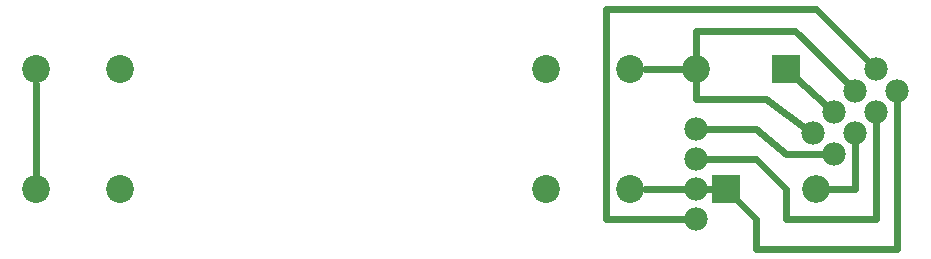
<source format=gtl>
G04 MADE WITH FRITZING*
G04 WWW.FRITZING.ORG*
G04 DOUBLE SIDED*
G04 HOLES PLATED*
G04 CONTOUR ON CENTER OF CONTOUR VECTOR*
%ASAXBY*%
%FSLAX23Y23*%
%MOIN*%
%OFA0B0*%
%SFA1.0B1.0*%
%ADD10C,0.078000*%
%ADD11C,0.092000*%
%ADD12C,0.093000*%
%ADD13R,0.092000X0.092000*%
%ADD14C,0.024000*%
%LNCOPPER1*%
G90*
G70*
G54D10*
X2919Y659D03*
X2849Y588D03*
X2778Y517D03*
X2707Y447D03*
X2919Y659D03*
X2849Y588D03*
X2778Y517D03*
X2707Y447D03*
X2778Y376D03*
X2849Y447D03*
X2919Y517D03*
X2990Y588D03*
G54D11*
X2619Y659D03*
X2319Y659D03*
G54D12*
X2099Y659D03*
X1819Y659D03*
X119Y659D03*
X399Y659D03*
X2099Y659D03*
X1819Y659D03*
X119Y659D03*
X399Y659D03*
X2099Y259D03*
X1819Y259D03*
X119Y259D03*
X399Y259D03*
X2099Y259D03*
X1819Y259D03*
X119Y259D03*
X399Y259D03*
G54D10*
X2319Y459D03*
X2319Y359D03*
X2319Y259D03*
X2319Y159D03*
G54D11*
X2419Y259D03*
X2719Y259D03*
G54D13*
X2619Y659D03*
X2419Y259D03*
G54D14*
X119Y306D02*
X119Y611D01*
D02*
X2553Y559D02*
X2683Y464D01*
D02*
X2319Y559D02*
X2553Y559D01*
D02*
X2319Y622D02*
X2319Y559D01*
D02*
X2649Y788D02*
X2319Y788D01*
D02*
X2319Y788D02*
X2319Y696D01*
D02*
X2827Y609D02*
X2649Y788D01*
D02*
X2282Y659D02*
X2147Y659D01*
D02*
X2647Y634D02*
X2756Y537D01*
D02*
X2289Y159D02*
X2019Y159D01*
D02*
X2719Y859D02*
X2898Y680D01*
D02*
X2019Y859D02*
X2719Y859D01*
D02*
X2019Y159D02*
X2019Y859D01*
D02*
X2619Y376D02*
X2748Y376D01*
D02*
X2519Y459D02*
X2619Y376D01*
D02*
X2350Y459D02*
X2519Y459D01*
D02*
X2619Y259D02*
X2619Y159D01*
D02*
X2519Y359D02*
X2619Y259D01*
D02*
X2619Y159D02*
X2919Y159D01*
D02*
X2919Y159D02*
X2919Y487D01*
D02*
X2350Y359D02*
X2519Y359D01*
D02*
X2382Y259D02*
X2350Y259D01*
D02*
X2849Y417D02*
X2849Y259D01*
D02*
X2849Y259D02*
X2757Y259D01*
D02*
X2147Y259D02*
X2289Y259D01*
D02*
X2519Y159D02*
X2519Y59D01*
D02*
X2519Y59D02*
X2990Y59D01*
D02*
X2446Y233D02*
X2519Y159D01*
D02*
X2990Y59D02*
X2990Y558D01*
G04 End of Copper1*
M02*
</source>
